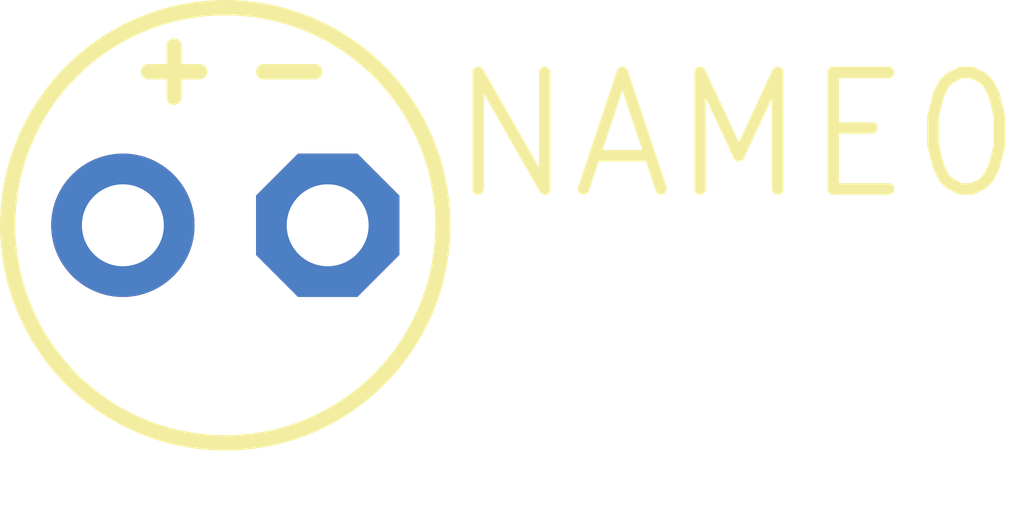
<source format=kicad_pcb>
(kicad_pcb (version 20221018) (generator pcbnew)
  (layers (0 "F.Cu" signal) (31 "B.Cu" signal) (34 "B.Paste" user) (35 "F.Paste" user) (36 "B.SilkS" user "B.Silkscreen") (37 "F.SilkS" user "F.Silkscreen") (38 "B.Mask" user) (39 "F.Mask" user) (44 "Edge.Cuts" user))
  (net 0 "")
  (footprint "boardEagle:E2-4" (layer "F.Cu") (at 212.0011 41.5036)
    (fp_text reference "NAME0" (at 2.159 -0.889) (layer "F.SilkS") (effects (font (size 1.1557 1.1557) (thickness 0.1143)) (justify left)))
    (fp_text value "VALUE")
    (fp_line (start -0.762 -1.524) (end -0.254 -1.524) (stroke (width 0.1524)) (layer "F.SilkS"))
    (fp_line (start -0.508 -1.27) (end -0.508 -1.778) (stroke (width 0.1524)) (layer "F.SilkS"))
    (fp_line (start 0.381 -1.524) (end 0.889 -1.524) (stroke (width 0.1524)) (layer "F.SilkS"))
    (fp_circle (center 0 0) (end 2.159 0) (stroke (width 0.1524)) (fill none) (layer "F.SilkS"))
    (pad "+" thru_hole circle (at -1.016 0) (size 1.4224 1.4224) (drill 0.8128) (layers "*.Cu" "*.Mask"))
    (pad "-" thru_hole roundrect (at 1.016 0) (size 1.4224 1.4224) (drill 0.8128) (layers "*.Cu" "*.Mask") (chamfer_ratio 0.2928932188) (chamfer top_left top_right bottom_left bottom_right))
  )
)
</source>
